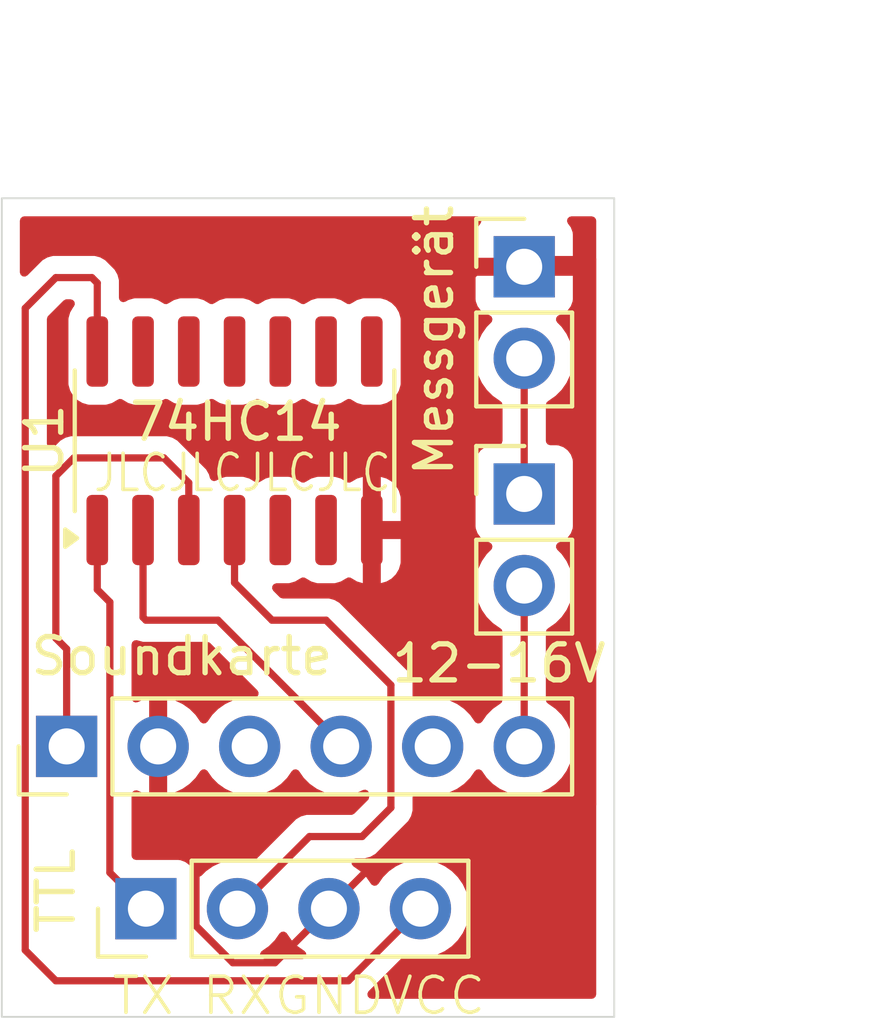
<source format=kicad_pcb>
(kicad_pcb (version 20240108) (generator "pcbnew") (generator_version "8.0")
  (layers (0 "F.Cu" signal) (31 "B.Cu" signal) (34 "B.Paste" user) (35 "F.Paste" user) (36 "B.SilkS" user "B.Silkscreen") (37 "F.SilkS" user "F.Silkscreen") (38 "B.Mask" user) (39 "F.Mask" user) (44 "Edge.Cuts" user))
  (net 0 "")
  (net 9 "Net-(J1-Pin_1)")
  (net 10 "GND")
  (net 11 "Net-(J1-Pin_2)")
  (net 13 "Net-(J2-Pin_1)")
  (net 15 "VCC")
  (net 16 "Net-(J2-Pin_4)")
  (net 17 "Net-(J3-Pin_2)")
  (net 18 "Net-(J2-Pin_6)")
  (footprint "Connector_PinHeader_2.54mm:PinHeader_1x02_P2.54mm_Vertical" (layer "F.Cu") (at 132.5 89.2)
    (property "Reference" "J3" (hide yes))
    (property "Value" "Messgerät" (at -2.5 2.04 90) (layer "F.SilkS"))
    (fp_line (start -1.33 -1.33) (end 0 -1.33) (stroke (width 0.12)) (layer "F.SilkS"))
    (fp_line (start -1.33 0) (end -1.33 -1.33) (stroke (width 0.12)) (layer "F.SilkS"))
    (fp_line (start -1.33 1.27) (end -1.33 3.87) (stroke (width 0.12)) (layer "F.SilkS"))
    (fp_line (start -1.33 1.27) (end 1.33 1.27) (stroke (width 0.12)) (layer "F.SilkS"))
    (fp_line (start -1.33 3.87) (end 1.33 3.87) (stroke (width 0.12)) (layer "F.SilkS"))
    (fp_line (start 1.33 1.27) (end 1.33 3.87) (stroke (width 0.12)) (layer "F.SilkS"))
    (pad "1" thru_hole rect (at 0 0) (size 1.7 1.7) (drill 1) (layers "*.Cu" "*.Mask") (net 10 "GND"))
    (pad "2" thru_hole oval (at 0 2.54) (size 1.7 1.7) (drill 1) (layers "*.Cu" "*.Mask") (net 17 "Net-(J3-Pin_2)"))
  )
  (footprint "Package_SO:SO-14_3.9x8.65mm_P1.27mm" (layer "F.Cu") (at 124.46 94.025 90)
    (property "Reference" "U1" (at 0 -5.28 90) (layer "F.SilkS"))
    (property "Value" "74HC14" (at 0.525 0.04 180) (layer "F.SilkS"))
    (fp_line (start 0 -4.435) (end 1.95 -4.435) (stroke (width 0.12)) (layer "F.SilkS"))
    (fp_line (start 0 -4.435) (end -1.95 -4.435) (stroke (width 0.12)) (layer "F.SilkS"))
    (fp_line (start 0 4.435) (end 1.95 4.435) (stroke (width 0.12)) (layer "F.SilkS"))
    (fp_line (start 0 4.435) (end -1.95 4.435) (stroke (width 0.12)) (layer "F.SilkS"))
    (fp_poly (pts (xy -2.7 -4.37) (xy -2.94 -4.7) (xy -2.46 -4.7) (xy -2.7 -4.37)) (stroke (width 0.12)) (fill solid) (layer "F.SilkS"))
    (pad "1" smd roundrect (at -2.475 -3.81 90) (size 1.95 0.6) (layers "F.Cu" "F.Paste" "F.Mask") (net 9 "Net-(J1-Pin_1)"))
    (pad "2" smd roundrect (at -2.475 -2.54 90) (size 1.95 0.6) (layers "F.Cu" "F.Paste" "F.Mask") (net 16 "Net-(J2-Pin_4)"))
    (pad "3" smd roundrect (at -2.475 -1.27 90) (size 1.95 0.6) (layers "F.Cu" "F.Paste" "F.Mask") (net 13 "Net-(J2-Pin_1)"))
    (pad "4" smd roundrect (at -2.475 0 90) (size 1.95 0.6) (layers "F.Cu" "F.Paste" "F.Mask") (net 11 "Net-(J1-Pin_2)"))
    (pad "5" smd roundrect (at -2.475 1.27 90) (size 1.95 0.6) (layers "F.Cu" "F.Paste" "F.Mask"))
    (pad "6" smd roundrect (at -2.475 2.54 90) (size 1.95 0.6) (layers "F.Cu" "F.Paste" "F.Mask"))
    (pad "7" smd roundrect (at -2.475 3.81 90) (size 1.95 0.6) (layers "F.Cu" "F.Paste" "F.Mask") (net 10 "GND"))
    (pad "8" smd roundrect (at 2.475 3.81 90) (size 1.95 0.6) (layers "F.Cu" "F.Paste" "F.Mask"))
    (pad "9" smd roundrect (at 2.475 2.54 90) (size 1.95 0.6) (layers "F.Cu" "F.Paste" "F.Mask"))
    (pad "10" smd roundrect (at 2.475 1.27 90) (size 1.95 0.6) (layers "F.Cu" "F.Paste" "F.Mask"))
    (pad "11" smd roundrect (at 2.475 0 90) (size 1.95 0.6) (layers "F.Cu" "F.Paste" "F.Mask"))
    (pad "12" smd roundrect (at 2.475 -1.27 90) (size 1.95 0.6) (layers "F.Cu" "F.Paste" "F.Mask"))
    (pad "13" smd roundrect (at 2.475 -2.54 90) (size 1.95 0.6) (layers "F.Cu" "F.Paste" "F.Mask"))
    (pad "14" smd roundrect (at 2.475 -3.81 90) (size 1.95 0.6) (layers "F.Cu" "F.Paste" "F.Mask") (net 15 "VCC"))
  )
  (footprint "Connector_PinHeader_2.54mm:PinHeader_1x04_P2.54mm_Vertical" (layer "F.Cu") (at 122 107 90)
    (property "Reference" "J1" (hide yes))
    (property "Value" "TTL" (at 0.5 -2.5 90) (layer "F.SilkS"))
    (fp_line (start -1.33 -1.33) (end 0 -1.33) (stroke (width 0.12)) (layer "F.SilkS"))
    (fp_line (start -1.33 0) (end -1.33 -1.33) (stroke (width 0.12)) (layer "F.SilkS"))
    (fp_line (start 1.33 1.27) (end 1.33 8.95) (stroke (width 0.12)) (layer "F.SilkS"))
    (fp_line (start -1.33 1.27) (end 1.33 1.27) (stroke (width 0.12)) (layer "F.SilkS"))
    (fp_line (start -1.33 1.27) (end -1.33 8.95) (stroke (width 0.12)) (layer "F.SilkS"))
    (fp_line (start -1.33 8.95) (end 1.33 8.95) (stroke (width 0.12)) (layer "F.SilkS"))
    (pad "1" thru_hole rect (at 0 0 90) (size 1.7 1.7) (drill 1) (layers "*.Cu" "*.Mask") (net 9 "Net-(J1-Pin_1)"))
    (pad "2" thru_hole oval (at 0 2.54 90) (size 1.7 1.7) (drill 1) (layers "*.Cu" "*.Mask") (net 11 "Net-(J1-Pin_2)"))
    (pad "3" thru_hole oval (at 0 5.08 90) (size 1.7 1.7) (drill 1) (layers "*.Cu" "*.Mask") (net 10 "GND"))
    (pad "4" thru_hole oval (at 0 7.62 90) (size 1.7 1.7) (drill 1) (layers "*.Cu" "*.Mask") (net 15 "VCC"))
  )
  (footprint "Connector_PinHeader_2.54mm:PinHeader_1x02_P2.54mm_Vertical" (layer "F.Cu") (at 132.5 95.5)
    (property "Reference" "J4" (hide yes))
    (property "Value" "12-16V" (at -0.7 4.7 0) (layer "F.SilkS"))
    (fp_line (start -1.33 -1.33) (end 0 -1.33) (stroke (width 0.12)) (layer "F.SilkS"))
    (fp_line (start -1.33 0) (end -1.33 -1.33) (stroke (width 0.12)) (layer "F.SilkS"))
    (fp_line (start -1.33 1.27) (end -1.33 3.87) (stroke (width 0.12)) (layer "F.SilkS"))
    (fp_line (start -1.33 1.27) (end 1.33 1.27) (stroke (width 0.12)) (layer "F.SilkS"))
    (fp_line (start -1.33 3.87) (end 1.33 3.87) (stroke (width 0.12)) (layer "F.SilkS"))
    (fp_line (start 1.33 1.27) (end 1.33 3.87) (stroke (width 0.12)) (layer "F.SilkS"))
    (pad "1" thru_hole rect (at 0 0) (size 1.7 1.7) (drill 1) (layers "*.Cu" "*.Mask") (net 17 "Net-(J3-Pin_2)"))
    (pad "2" thru_hole oval (at 0 2.54) (size 1.7 1.7) (drill 1) (layers "*.Cu" "*.Mask") (net 18 "Net-(J2-Pin_6)"))
  )
  (footprint "Connector_PinHeader_2.54mm:PinHeader_1x06_P2.54mm_Vertical" (layer "F.Cu") (at 119.8 102.5 90)
    (property "Reference" "J2" (hide yes))
    (property "Value" "Soundkarte" (at 2.5 3.2 180) (layer "F.SilkS"))
    (fp_line (start -1.33 -1.33) (end 0 -1.33) (stroke (width 0.12)) (layer "F.SilkS"))
    (fp_line (start -1.33 0) (end -1.33 -1.33) (stroke (width 0.12)) (layer "F.SilkS"))
    (fp_line (start 1.33 1.27) (end 1.33 14.03) (stroke (width 0.12)) (layer "F.SilkS"))
    (fp_line (start -1.33 1.27) (end 1.33 1.27) (stroke (width 0.12)) (layer "F.SilkS"))
    (fp_line (start -1.33 1.27) (end -1.33 14.03) (stroke (width 0.12)) (layer "F.SilkS"))
    (fp_line (start -1.33 14.03) (end 1.33 14.03) (stroke (width 0.12)) (layer "F.SilkS"))
    (pad "1" thru_hole rect (at 0 0 90) (size 1.7 1.7) (drill 1) (layers "*.Cu" "*.Mask") (net 13 "Net-(J2-Pin_1)"))
    (pad "2" thru_hole oval (at 0 2.54 90) (size 1.7 1.7) (drill 1) (layers "*.Cu" "*.Mask") (net 10 "GND"))
    (pad "3" thru_hole oval (at 0 5.08 90) (size 1.7 1.7) (drill 1) (layers "*.Cu" "*.Mask"))
    (pad "4" thru_hole oval (at 0 7.62 90) (size 1.7 1.7) (drill 1) (layers "*.Cu" "*.Mask") (net 16 "Net-(J2-Pin_4)"))
    (pad "5" thru_hole oval (at 0 10.16 90) (size 1.7 1.7) (drill 1) (layers "*.Cu" "*.Mask"))
    (pad "6" thru_hole oval (at 0 12.7 90) (size 1.7 1.7) (drill 1) (layers "*.Cu" "*.Mask") (net 18 "Net-(J2-Pin_6)"))
  )
  (gr_rect (start 118 87.3) (end 135 110) (stroke (width 0.05)) (fill none) (layer "Edge.Cuts"))
  (gr_text "GND" (at 125.5 110 0) (layer "F.SilkS") (effects (font (size 1 1) (thickness 0.1)) (justify left bottom)))
  (gr_text "VCC" (at 128.5 110 0) (layer "F.SilkS") (effects (font (size 1 1) (thickness 0.1)) (justify left bottom)))
  (gr_text "JLCJLCJLCJLC" (at 120.5 95.5 0) (layer "F.SilkS") (effects (font (size 1 0.8) (thickness 0.1)) (justify left bottom)))
  (gr_text "RX" (at 123.5 110 0) (layer "F.SilkS") (effects (font (size 1 1) (thickness 0.1)) (justify left bottom)))
  (gr_text "TX" (at 121 110 0) (layer "F.SilkS") (effects (font (size 1 1) (thickness 0.1)) (justify left bottom)))
  (segment (start 121 98.5) (end 121 106) (width 0.2) (layer "F.Cu") (net 9))
  (segment (start 120.65 98.15) (end 121 98.5) (width 0.2) (layer "F.Cu") (net 9))
  (segment (start 120.65 96.5) (end 120.65 98.15) (width 0.2) (layer "F.Cu") (net 9))
  (segment (start 121 106) (end 122 107) (width 0.2) (layer "F.Cu") (net 9))
  (segment (start 128.5 99) (end 129 99) (width 0.2) (layer "F.Cu") (net 10))
  (segment (start 129 99) (end 130.5 97.5) (width 0.2) (layer "F.Cu") (net 10))
  (segment (start 123.39 104.89) (end 123.39 107.476346) (width 0.2) (layer "F.Cu") (net 10))
  (segment (start 122.34 102.5) (end 122.34 103.84) (width 0.2) (layer "F.Cu") (net 10))
  (segment (start 131.3 89.2) (end 132.5 89.2) (width 0.2) (layer "F.Cu") (net 10))
  (segment (start 132.7 89) (end 132.5 89.2) (width 0.2) (layer "F.Cu") (net 10))
  (segment (start 134.4 104.1) (end 134.4 89) (width 0.2) (layer "F.Cu") (net 10))
  (segment (start 125.58 108.5) (end 127.08 107) (width 0.2) (layer "F.Cu") (net 10))
  (segment (start 127.08 107) (end 129.08 105) (width 0.2) (layer "F.Cu") (net 10))
  (segment (start 130.5 97.5) (end 130.5 90) (width 0.2) (layer "F.Cu") (net 10))
  (segment (start 128.27 98.77) (end 128.5 99) (width 0.2) (layer "F.Cu") (net 10))
  (segment (start 128.27 96.5) (end 128.27 98.77) (width 0.2) (layer "F.Cu") (net 10))
  (segment (start 122.34 103.84) (end 123.39 104.89) (width 0.2) (layer "F.Cu") (net 10))
  (segment (start 134.4 89) (end 132.7 89) (width 0.2) (layer "F.Cu") (net 10))
  (segment (start 130.5 90) (end 131.3 89.2) (width 0.2) (layer "F.Cu") (net 10))
  (segment (start 123.39 107.476346) (end 124.413654 108.5) (width 0.2) (layer "F.Cu") (net 10))
  (segment (start 129.08 105) (end 133.5 105) (width 0.2) (layer "F.Cu") (net 10))
  (segment (start 124.413654 108.5) (end 125.58 108.5) (width 0.2) (layer "F.Cu") (net 10))
  (segment (start 133.5 105) (end 134.4 104.1) (width 0.2) (layer "F.Cu") (net 10))
  (segment (start 128 105) (end 128.8 104.2) (width 0.2) (layer "F.Cu") (net 11))
  (segment (start 124.46 97.96) (end 124.46 96.5) (width 0.2) (layer "F.Cu") (net 11))
  (segment (start 126.54 105) (end 128 105) (width 0.2) (layer "F.Cu") (net 11))
  (segment (start 125.5 99) (end 124.46 97.96) (width 0.2) (layer "F.Cu") (net 11))
  (segment (start 128.8 104.2) (end 128.8 100.8) (width 0.2) (layer "F.Cu") (net 11))
  (segment (start 127 99) (end 125.5 99) (width 0.2) (layer "F.Cu") (net 11))
  (segment (start 128.8 100.8) (end 127 99) (width 0.2) (layer "F.Cu") (net 11))
  (segment (start 124.54 107) (end 126.54 105) (width 0.2) (layer "F.Cu") (net 11))
  (segment (start 122.5 94.5) (end 123.19 95.19) (width 0.2) (layer "F.Cu") (net 13))
  (segment (start 119.8 99.8) (end 119.5 99.5) (width 0.2) (layer "F.Cu") (net 13))
  (segment (start 120 94.5) (end 122.5 94.5) (width 0.2) (layer "F.Cu") (net 13))
  (segment (start 123.19 95.19) (end 123.19 96.5) (width 0.2) (layer "F.Cu") (net 13))
  (segment (start 119.8 102.5) (end 119.8 99.8) (width 0.2) (layer "F.Cu") (net 13))
  (segment (start 119.5 95) (end 120 94.5) (width 0.2) (layer "F.Cu") (net 13))
  (segment (start 119.5 99.5) (end 119.5 95) (width 0.2) (layer "F.Cu") (net 13))
  (segment (start 120.65 91.55) (end 120.65 89.65) (width 0.2) (layer "F.Cu") (net 15))
  (segment (start 118.65 90.35) (end 118.65 108.15) (width 0.2) (layer "F.Cu") (net 15))
  (segment (start 119.5 89.5) (end 118.65 90.35) (width 0.2) (layer "F.Cu") (net 15))
  (segment (start 118.65 108.15) (end 119.5 109) (width 0.2) (layer "F.Cu") (net 15))
  (segment (start 120.65 89.65) (end 120.5 89.5) (width 0.2) (layer "F.Cu") (net 15))
  (segment (start 120.5 89.5) (end 119.5 89.5) (width 0.2) (layer "F.Cu") (net 15))
  (segment (start 119.5 109) (end 127.62 109) (width 0.2) (layer "F.Cu") (net 15))
  (segment (start 127.62 109) (end 129.62 107) (width 0.2) (layer "F.Cu") (net 15))
  (segment (start 122 99) (end 124 99) (width 0.2) (layer "F.Cu") (net 16))
  (segment (start 121.92 98.92) (end 122 99) (width 0.2) (layer "F.Cu") (net 16))
  (segment (start 127.42 102.42) (end 127.42 102.5) (width 0.2) (layer "F.Cu") (net 16))
  (segment (start 121.92 96.5) (end 121.92 98.92) (width 0.2) (layer "F.Cu") (net 16))
  (segment (start 124 99) (end 127.42 102.42) (width 0.2) (layer "F.Cu") (net 16))
  (segment (start 132.5 91.74) (end 132.5 95.5) (width 0.2) (layer "F.Cu") (net 17))
  (segment (start 132.5 98.04) (end 132.5 102.5) (width 0.2) (layer "F.Cu") (net 18))
  (zone (net 10) (net_name "GND") (layer "F.Cu") (connect_pads (clearance 0.5)) (min_thickness 0.25) (fill yes (thermal_gap 0.5) (thermal_bridge_width 0.5))
    (polygon (pts (xy 118.5 87.8) (xy 134.5 87.8) (xy 134.5 109.5) (xy 118.5 109.5)))
  )
)
</source>
